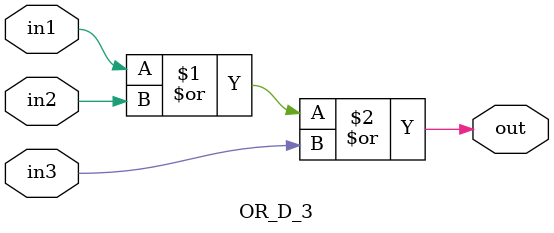
<source format=v>
`timescale 1ns / 1ps

`define	D		1	// definition of the delay

// Delayed OR gate

module OR_D_3(out, in1, in2, in3);

input in1, in2, in3;
output out;

or		#`D		or1 (out, in1, in2, in3);


endmodule


</source>
